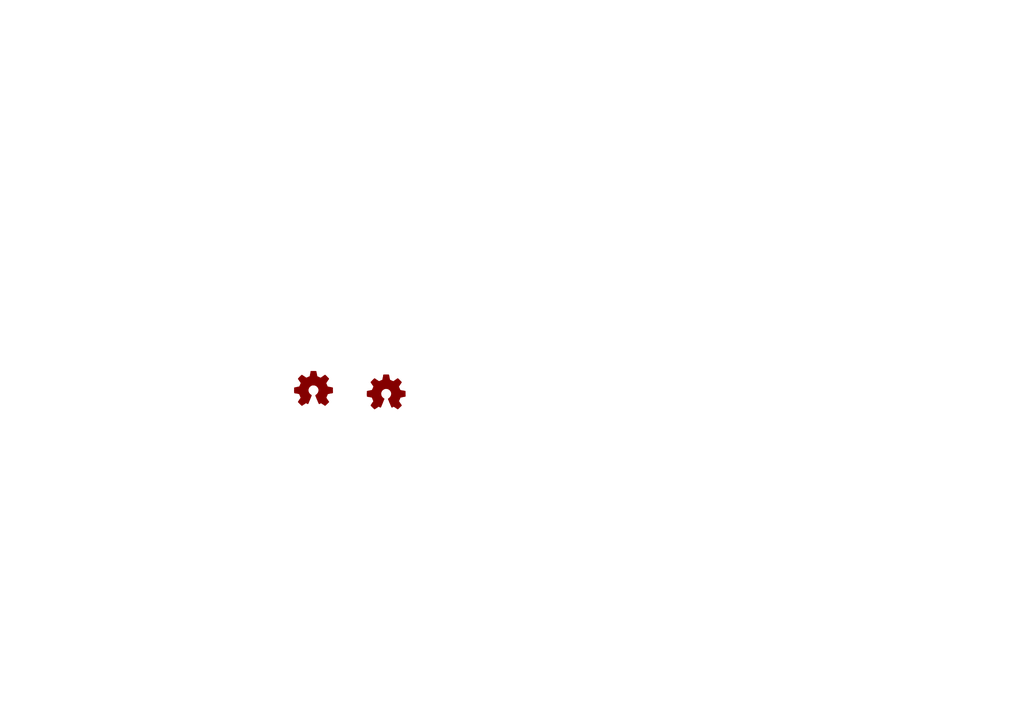
<source format=kicad_sch>
(kicad_sch (version 20231120) (generator "eeschema") (generator_version "8.0")
  (paper "A4")
  (title_block (title "VOID bottom plate") (date "2024-11-17") (rev "0.5.9"))
  (lib_symbols
    (symbol "Graphic:Logo_Open_Hardware_Small" (in_bom no) (on_board no)
      (symbol "Logo_Open_Hardware_Small_0_1"
        (polyline (pts (xy 3.3528 -4.3434) (xy 3.302 -4.318) (xy 3.175 -4.2418) (xy 2.9972 -4.1148) (xy 2.7686 -3.9624) (xy 2.54 -3.81) (xy 2.3622 -3.7084) (xy 2.2352 -3.6068) (xy 2.1844 -3.5814) (xy 2.159 -3.6068) (xy 2.0574 -3.6576) (xy 1.905 -3.7338) (xy 1.8034 -3.7846) (xy 1.6764 -3.8354) (xy 1.6002 -3.8354) (xy 1.6002 -3.8354) (xy 1.5494 -3.7338) (xy 1.4732 -3.5306) (xy 1.3462 -3.302) (xy 1.2446 -3.0226) (xy 1.1176 -2.7178) (xy 0.9652 -2.413) (xy 0.8636 -2.1082) (xy 0.7366 -1.8288) (xy 0.6604 -1.6256) (xy 0.6096 -1.4732) (xy 0.5842 -1.397) (xy 0.5842 -1.397) (xy 0.6604 -1.3208) (xy 0.7874 -1.2446) (xy 1.0414 -1.016) (xy 1.2954 -0.6858) (xy 1.4478 -0.3302) (xy 1.524 0.0762) (xy 1.4732 0.4572) (xy 1.3208 0.8128) (xy 1.0668 1.143) (xy 0.762 1.3716) (xy 0.4064 1.524) (xy 0 1.5748) (xy -0.381 1.5494) (xy -0.7366 1.397) (xy -1.0668 1.143) (xy -1.2192 0.9906) (xy -1.397 0.6604) (xy -1.524 0.3048) (xy -1.524 0.2286) (xy -1.4986 -0.1778) (xy -1.397 -0.5334) (xy -1.1938 -0.8636) (xy -0.9144 -1.143) (xy -0.8636 -1.1684) (xy -0.7366 -1.27) (xy -0.635 -1.3462) (xy -0.5842 -1.397) (xy -1.0668 -2.5908) (xy -1.143 -2.794) (xy -1.2954 -3.1242) (xy -1.397 -3.4036) (xy -1.4986 -3.6322) (xy -1.5748 -3.7846) (xy -1.6002 -3.8354) (xy -1.6002 -3.8354) (xy -1.651 -3.8354) (xy -1.7272 -3.81) (xy -1.905 -3.7338) (xy -2.0066 -3.683) (xy -2.1336 -3.6068) (xy -2.2098 -3.5814) (xy -2.2606 -3.6068) (xy -2.3622 -3.683) (xy -2.54 -3.81) (xy -2.7686 -3.9624) (xy -2.9718 -4.0894) (xy -3.1496 -4.2164) (xy -3.302 -4.318) (xy -3.3528 -4.3434) (xy -3.3782 -4.3434) (xy -3.429 -4.318) (xy -3.5306 -4.2164) (xy -3.7084 -4.064) (xy -3.937 -3.8354) (xy -3.9624 -3.81) (xy -4.1656 -3.6068) (xy -4.318 -3.4544) (xy -4.4196 -3.3274) (xy -4.445 -3.2766) (xy -4.445 -3.2766) (xy -4.4196 -3.2258) (xy -4.318 -3.0734) (xy -4.2164 -2.8956) (xy -4.064 -2.667) (xy -3.6576 -2.0828) (xy -3.8862 -1.5494) (xy -3.937 -1.3716) (xy -4.0386 -1.1684) (xy -4.0894 -1.0414) (xy -4.1148 -0.9652) (xy -4.191 -0.9398) (xy -4.318 -0.9144) (xy -4.5466 -0.8636) (xy -4.8006 -0.8128) (xy -5.0546 -0.7874) (xy -5.2578 -0.7366) (xy -5.4356 -0.7112) (xy -5.5118 -0.6858) (xy -5.5118 -0.6858) (xy -5.5372 -0.635) (xy -5.5372 -0.5588) (xy -5.5372 -0.4318) (xy -5.5626 -0.2286) (xy -5.5626 0.0762) (xy -5.5626 0.127) (xy -5.5372 0.4064) (xy -5.5372 0.635) (xy -5.5372 0.762) (xy -5.5372 0.8382) (xy -5.5372 0.8382) (xy -5.461 0.8382) (xy -5.3086 0.889) (xy -5.08 0.9144) (xy -4.826 0.9652) (xy -4.8006 0.9906) (xy -4.5466 1.0414) (xy -4.318 1.0668) (xy -4.1656 1.1176) (xy -4.0894 1.143) (xy -4.0894 1.143) (xy -4.0386 1.2446) (xy -3.9624 1.4224) (xy -3.8608 1.6256) (xy -3.7846 1.8288) (xy -3.7084 2.0066) (xy -3.6576 2.159) (xy -3.6322 2.2098) (xy -3.6322 2.2098) (xy -3.683 2.286) (xy -3.7592 2.413) (xy -3.8862 2.5908) (xy -4.064 2.8194) (xy -4.064 2.8448) (xy -4.2164 3.0734) (xy -4.3434 3.2512) (xy -4.4196 3.3782) (xy -4.445 3.4544) (xy -4.445 3.4544) (xy -4.3942 3.5052) (xy -4.2926 3.6322) (xy -4.1148 3.81) (xy -3.937 4.0132) (xy -3.8608 4.064) (xy -3.6576 4.2926) (xy -3.5052 4.4196) (xy -3.4036 4.4958) (xy -3.3528 4.5212) (xy -3.3528 4.5212) (xy -3.302 4.4704) (xy -3.1496 4.3688) (xy -2.9718 4.2418) (xy -2.7432 4.0894) (xy -2.7178 4.0894) (xy -2.4892 3.937) (xy -2.3114 3.81) (xy -2.1844 3.7084) (xy -2.1336 3.683) (xy -2.1082 3.683) (xy -2.032 3.7084) (xy -1.8542 3.7592) (xy -1.6764 3.8354) (xy -1.4732 3.937) (xy -1.27 4.0132) (xy -1.143 4.064) (xy -1.0668 4.1148) (xy -1.0668 4.1148) (xy -1.0414 4.191) (xy -1.016 4.3434) (xy -0.9652 4.572) (xy -0.9144 4.8514) (xy -0.889 4.9022) (xy -0.8382 5.1562) (xy -0.8128 5.3848) (xy -0.7874 5.5372) (xy -0.762 5.588) (xy -0.7112 5.6134) (xy -0.5842 5.6134) (xy -0.4064 5.6134) (xy -0.1524 5.6134) (xy 0.0762 5.6134) (xy 0.3302 5.6134) (xy 0.5334 5.6134) (xy 0.6858 5.588) (xy 0.7366 5.588) (xy 0.7366 5.588) (xy 0.762 5.5118) (xy 0.8128 5.334) (xy 0.8382 5.1054) (xy 0.9144 4.826) (xy 0.9144 4.7752) (xy 0.9652 4.5212) (xy 1.016 4.2926) (xy 1.0414 4.1402) (xy 1.0668 4.0894) (xy 1.0668 4.0894) (xy 1.1938 4.0386) (xy 1.3716 3.9624) (xy 1.5748 3.8608) (xy 2.0828 3.6576) (xy 2.7178 4.0894) (xy 2.7686 4.1402) (xy 2.9972 4.2926) (xy 3.175 4.4196) (xy 3.302 4.4958) (xy 3.3782 4.5212) (xy 3.3782 4.5212) (xy 3.429 4.4704) (xy 3.556 4.3434) (xy 3.7338 4.191) (xy 3.9116 3.9878) (xy 4.064 3.8354) (xy 4.2418 3.6576) (xy 4.3434 3.556) (xy 4.4196 3.4798) (xy 4.4196 3.429) (xy 4.4196 3.4036) (xy 4.3942 3.3274) (xy 4.2926 3.2004) (xy 4.1656 2.9972) (xy 4.0132 2.794) (xy 3.8862 2.5908) (xy 3.7592 2.3876) (xy 3.6576 2.2352) (xy 3.6322 2.159) (xy 3.6322 2.1336) (xy 3.683 2.0066) (xy 3.7592 1.8288) (xy 3.8608 1.6002) (xy 4.064 1.1176) (xy 4.3942 1.0414) (xy 4.5974 1.016) (xy 4.8768 0.9652) (xy 5.1308 0.9144) (xy 5.5372 0.8382) (xy 5.5626 -0.6604) (xy 5.4864 -0.6858) (xy 5.4356 -0.6858) (xy 5.2832 -0.7366) (xy 5.0546 -0.762) (xy 4.8006 -0.8128) (xy 4.5974 -0.8636) (xy 4.3688 -0.9144) (xy 4.2164 -0.9398) (xy 4.1402 -0.9398) (xy 4.1148 -0.9652) (xy 4.064 -1.0668) (xy 3.9878 -1.2446) (xy 3.9116 -1.4478) (xy 3.81 -1.651) (xy 3.7338 -1.8542) (xy 3.683 -2.0066) (xy 3.6576 -2.0828) (xy 3.683 -2.1336) (xy 3.7846 -2.2606) (xy 3.8862 -2.4638) (xy 4.0386 -2.667) (xy 4.191 -2.8956) (xy 4.318 -3.0734) (xy 4.3942 -3.2004) (xy 4.445 -3.2766) (xy 4.4196 -3.3274) (xy 4.3434 -3.429) (xy 4.1656 -3.5814) (xy 3.937 -3.8354) (xy 3.8862 -3.8608) (xy 3.683 -4.064) (xy 3.5306 -4.2164) (xy 3.4036 -4.318) (xy 3.3528 -4.3434)) (fill (type outline)))
      )
    )
  )
  (symbol (lib_id "Graphic:Logo_Open_Hardware_Small") (at 112.014 114.3 0) (unit 1) (exclude_from_sim yes) (in_bom no) (on_board no)
    (property "Reference" "#SYM1" (effects (hide yes)))
    (property "Value" "Logo_Open_Hardware_Small" (effects (hide yes)))
    (property "Footprint" "TB2086_MISC:OSHW-Logo_5.7x6mm_SilkScreen_rev" (effects (hide yes)))
    (property "Description" "Open Hardware logo, small" (effects (hide yes)))
  )
  (symbol (lib_id "Graphic:Logo_Open_Hardware_Small") (at 90.932 113.284 0) (unit 1) (exclude_from_sim yes) (in_bom no) (on_board no)
    (property "Reference" "LOGO1" (effects (hide yes)))
    (property "Value" "Logo_Open_Hardware_Small" (effects (hide yes)))
    (property "Footprint" "TB2086_MISC:utility_ergogen_logo_rev" (effects (hide yes)))
    (property "Description" "Open Hardware logo, small" (effects (hide yes)))
  )
)
</source>
